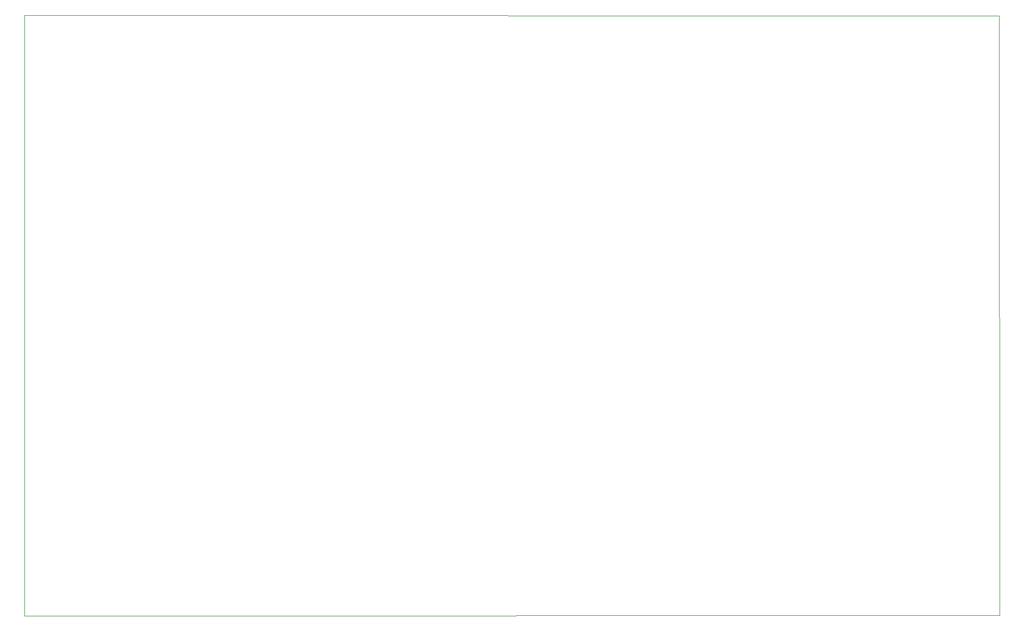
<source format=gbr>
G04 #@! TF.GenerationSoftware,KiCad,Pcbnew,(5.1.10)-1*
G04 #@! TF.CreationDate,2021-09-09T12:48:54+02:00*
G04 #@! TF.ProjectId,bandfilter,62616e64-6669-46c7-9465-722e6b696361,rev?*
G04 #@! TF.SameCoordinates,Original*
G04 #@! TF.FileFunction,Profile,NP*
%FSLAX46Y46*%
G04 Gerber Fmt 4.6, Leading zero omitted, Abs format (unit mm)*
G04 Created by KiCad (PCBNEW (5.1.10)-1) date 2021-09-09 12:48:54*
%MOMM*%
%LPD*%
G01*
G04 APERTURE LIST*
G04 #@! TA.AperFunction,Profile*
%ADD10C,0.050000*%
G04 #@! TD*
G04 APERTURE END LIST*
D10*
X56621680Y-114167920D02*
X56601360Y-20436840D01*
X208620360Y-114051080D02*
X56621680Y-114167920D01*
X208594960Y-20528280D02*
X208620360Y-114051080D01*
X56601360Y-20436840D02*
X208594960Y-20528280D01*
M02*

</source>
